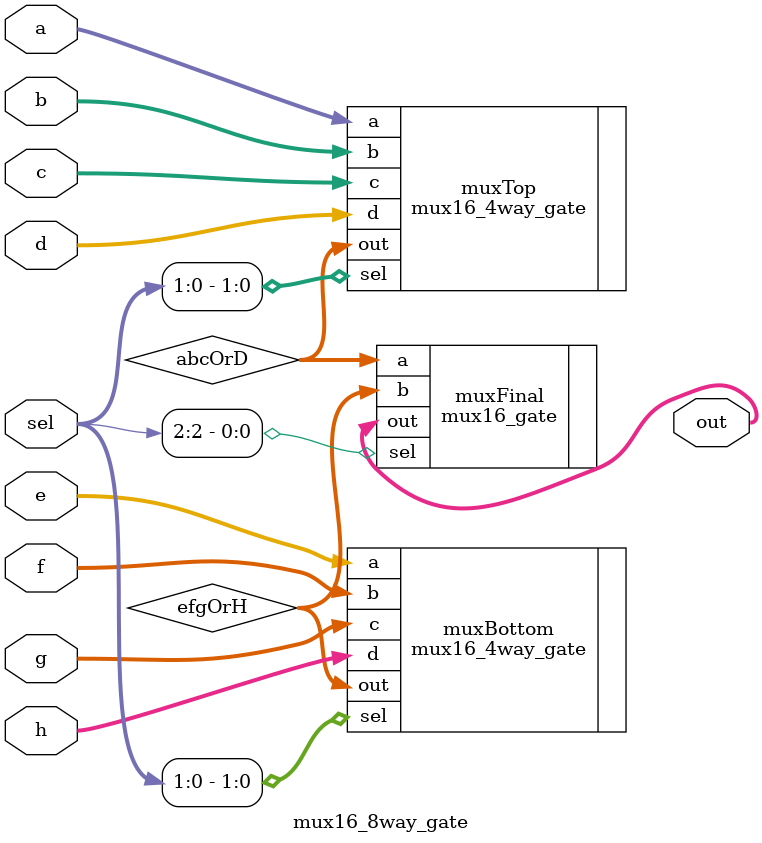
<source format=v>
`include "src/Week1/mux16_gate.v"
`include "src/Week1/mux16_4way_gate.v"

`ifndef MUX16_8WAY_GATE_V
`define MUX16_8WAY_GATE_V
module mux16_8way_gate(
    output wire [15:0] out,
    input wire [15:0] a,
    input wire [15:0] b,
    input wire [15:0] c,
    input wire [15:0] d,
    input wire [15:0] e,
    input wire [15:0] f,
    input wire [15:0] g,
    input wire [15:0] h,
    input wire [2:0] sel
);
    // Simple 8-way 16-bit multiplexer
    // assign out = (sel == 3'b000) ? a : 
    //              (sel == 3'b001) ? b : 
    //              (sel == 3'b010) ? c : 
    //              (sel == 3'b011) ? d : 
    //              (sel == 3'b100) ? e : 
    //              (sel == 3'b101) ? f : 
    //              (sel == 3'b110) ? g : 
    //              (sel == 3'b111) ? h : 16'b0; // Default value (0)

    wire [15:0] abcOrD;
    mux16_4way_gate muxTop(
        .out(abcOrD),
        .a(a),
        .b(b),
        .c(c),
        .d(d),
        .sel(sel[1:0])
    );

    wire [15:0] efgOrH;
    mux16_4way_gate muxBottom(
        .out(efgOrH),
        .a(e),
        .b(f),
        .c(g),
        .d(h),
        .sel(sel[1:0])
    );

    // Top or bottom, depending on sel[2]
    mux16_gate muxFinal(
        .out(out),
        .a(abcOrD),
        .b(efgOrH),
        .sel(sel[2])
    );
endmodule
`endif
</source>
